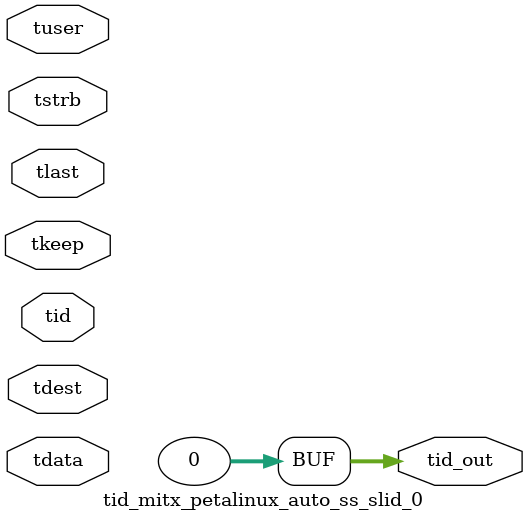
<source format=v>


`timescale 1ps/1ps

module tid_mitx_petalinux_auto_ss_slid_0 #
(
parameter C_S_AXIS_TID_WIDTH   = 1,
parameter C_S_AXIS_TUSER_WIDTH = 0,
parameter C_S_AXIS_TDATA_WIDTH = 0,
parameter C_S_AXIS_TDEST_WIDTH = 0,
parameter C_M_AXIS_TID_WIDTH   = 32
)
(
input  [(C_S_AXIS_TID_WIDTH   == 0 ? 1 : C_S_AXIS_TID_WIDTH)-1:0       ] tid,
input  [(C_S_AXIS_TDATA_WIDTH == 0 ? 1 : C_S_AXIS_TDATA_WIDTH)-1:0     ] tdata,
input  [(C_S_AXIS_TUSER_WIDTH == 0 ? 1 : C_S_AXIS_TUSER_WIDTH)-1:0     ] tuser,
input  [(C_S_AXIS_TDEST_WIDTH == 0 ? 1 : C_S_AXIS_TDEST_WIDTH)-1:0     ] tdest,
input  [(C_S_AXIS_TDATA_WIDTH/8)-1:0 ] tkeep,
input  [(C_S_AXIS_TDATA_WIDTH/8)-1:0 ] tstrb,
input                                                                    tlast,
output [(C_M_AXIS_TID_WIDTH   == 0 ? 1 : C_M_AXIS_TID_WIDTH)-1:0       ] tid_out
);

assign tid_out = {1'b0};

endmodule


</source>
